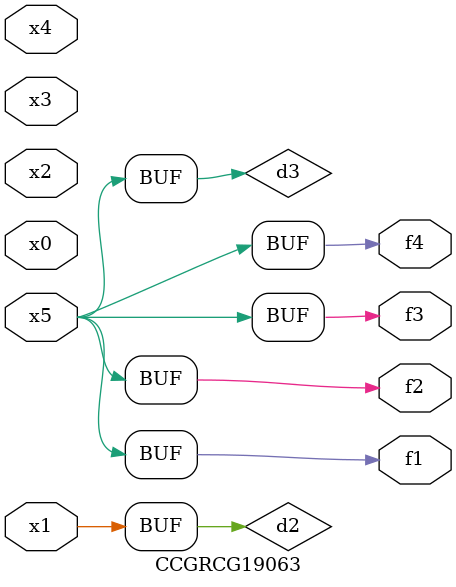
<source format=v>
module CCGRCG19063(
	input x0, x1, x2, x3, x4, x5,
	output f1, f2, f3, f4
);

	wire d1, d2, d3;

	not (d1, x5);
	or (d2, x1);
	xnor (d3, d1);
	assign f1 = d3;
	assign f2 = d3;
	assign f3 = d3;
	assign f4 = d3;
endmodule

</source>
